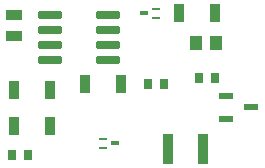
<source format=gbr>
%TF.GenerationSoftware,KiCad,Pcbnew,8.0.8*%
%TF.CreationDate,2025-02-03T23:35:19-05:00*%
%TF.ProjectId,Precharge Module,50726563-6861-4726-9765-204d6f64756c,rev?*%
%TF.SameCoordinates,Original*%
%TF.FileFunction,Paste,Top*%
%TF.FilePolarity,Positive*%
%FSLAX46Y46*%
G04 Gerber Fmt 4.6, Leading zero omitted, Abs format (unit mm)*
G04 Created by KiCad (PCBNEW 8.0.8) date 2025-02-03 23:35:19*
%MOMM*%
%LPD*%
G01*
G04 APERTURE LIST*
G04 Aperture macros list*
%AMRoundRect*
0 Rectangle with rounded corners*
0 $1 Rounding radius*
0 $2 $3 $4 $5 $6 $7 $8 $9 X,Y pos of 4 corners*
0 Add a 4 corners polygon primitive as box body*
4,1,4,$2,$3,$4,$5,$6,$7,$8,$9,$2,$3,0*
0 Add four circle primitives for the rounded corners*
1,1,$1+$1,$2,$3*
1,1,$1+$1,$4,$5*
1,1,$1+$1,$6,$7*
1,1,$1+$1,$8,$9*
0 Add four rect primitives between the rounded corners*
20,1,$1+$1,$2,$3,$4,$5,0*
20,1,$1+$1,$4,$5,$6,$7,0*
20,1,$1+$1,$6,$7,$8,$9,0*
20,1,$1+$1,$8,$9,$2,$3,0*%
G04 Aperture macros list end*
%ADD10R,0.863600X1.600200*%
%ADD11R,0.660400X0.279400*%
%ADD12R,0.660400X0.381000*%
%ADD13R,0.711200X0.939800*%
%ADD14R,1.219200X0.558800*%
%ADD15R,0.955600X2.500000*%
%ADD16R,1.016000X1.193800*%
%ADD17R,0.855600X1.600000*%
%ADD18RoundRect,0.075000X-0.910000X-0.225000X0.910000X-0.225000X0.910000X0.225000X-0.910000X0.225000X0*%
%ADD19R,1.346200X0.812800*%
G04 APERTURE END LIST*
D10*
%TO.C,D3*%
X67663000Y-28708400D03*
X64615000Y-28708400D03*
%TD*%
D11*
%TO.C,Q3*%
X58167700Y-39308350D03*
X58167700Y-40108450D03*
D12*
X59158300Y-39708400D03*
%TD*%
D13*
%TO.C,R4*%
X61964500Y-34708400D03*
X63361500Y-34708400D03*
%TD*%
D14*
%TO.C,Q1*%
X68596200Y-35708400D03*
X68596200Y-37613400D03*
X70729800Y-36660900D03*
%TD*%
D13*
%TO.C,R3*%
X50464500Y-40708400D03*
X51861500Y-40708400D03*
%TD*%
D15*
%TO.C,C3*%
X63685199Y-40208400D03*
X66640801Y-40208400D03*
%TD*%
D10*
%TO.C,D2*%
X50615000Y-38208400D03*
X53663000Y-38208400D03*
%TD*%
D11*
%TO.C,Q2*%
X62653600Y-29108450D03*
X62653600Y-28308350D03*
D12*
X61663000Y-28708400D03*
%TD*%
D16*
%TO.C,R9*%
X67738900Y-31208400D03*
X66037100Y-31208400D03*
%TD*%
D17*
%TO.C,C1*%
X56635199Y-34708400D03*
X59690801Y-34708400D03*
%TD*%
%TO.C,C2*%
X50635199Y-35208400D03*
X53690801Y-35208400D03*
%TD*%
D13*
%TO.C,R5*%
X66266000Y-34208400D03*
X67663000Y-34208400D03*
%TD*%
D18*
%TO.C,U1*%
X53693000Y-28803400D03*
X53693000Y-30073400D03*
X53693000Y-31343400D03*
X53693000Y-32613400D03*
X58633000Y-32613400D03*
X58633000Y-31343400D03*
X58633000Y-30073400D03*
X58633000Y-28803400D03*
%TD*%
D19*
%TO.C,R1*%
X50663000Y-30610100D03*
X50663000Y-28806700D03*
%TD*%
M02*

</source>
